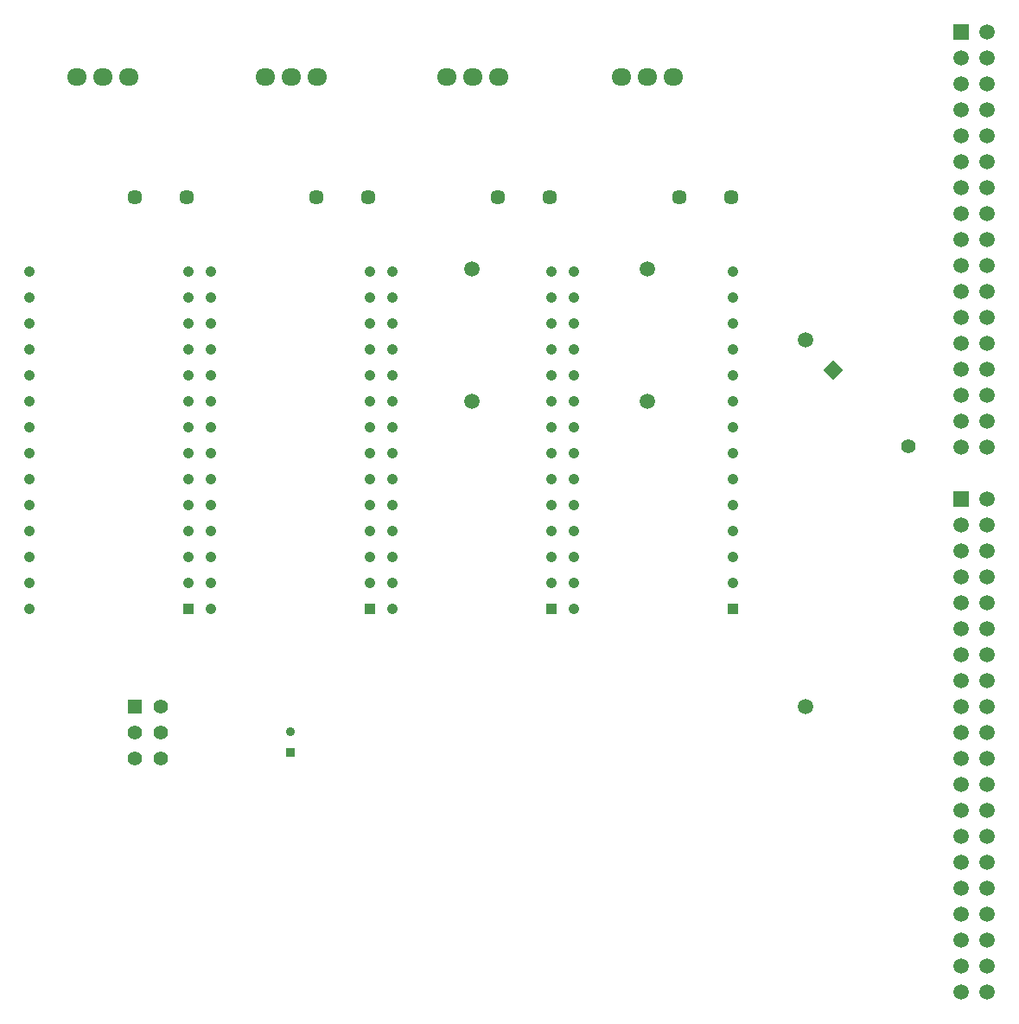
<source format=gbr>
G04 DipTrace 4.3.0.5*
G04 BottomPaste.gbr*
%MOMM*%
G04 #@! TF.FileFunction,Paste,Bot*
G04 #@! TF.Part,Single*
%AMOUTLINE2*
4,1,4,
0.0,0.98288,
0.98288,0.0,
0.0,-0.98288,
-0.98288,0.0,
0.0,0.98288,
0*%
%ADD31C,1.5*%
%ADD46C,1.45*%
%ADD47C,1.05*%
%ADD49R,1.05X1.05*%
%ADD53O,1.959X1.705*%
%ADD55C,1.42*%
%ADD57R,1.42X1.42*%
%ADD59C,1.51*%
%ADD61R,1.51X1.51*%
%ADD63C,1.39*%
%ADD65C,0.9*%
%ADD67R,0.9X0.9*%
%ADD74OUTLINE2*%
%FSLAX35Y35*%
G04*
G71*
G90*
G75*
G01*
G04 BotPaste*
%LPD*%
D67*
X-7048500Y-2354250D3*
D65*
Y-2154250D3*
D46*
X-8064500Y3079750D3*
X-8572500D3*
X-6286500D3*
X-6794500D3*
X-4508500D3*
X-5016500D3*
X-2730500D3*
X-3238500D3*
D74*
X-1735774Y1386524D3*
D63*
X-994726Y645476D3*
D61*
X-476200Y127000D3*
D59*
X-222200D3*
X-476200Y-127000D3*
X-222200D3*
X-476200Y-381000D3*
X-222200D3*
X-476200Y-635000D3*
X-222200D3*
X-476200Y-889000D3*
X-222200D3*
X-476200Y-1143000D3*
X-222200D3*
X-476200Y-1397000D3*
X-222200D3*
X-476200Y-1651000D3*
X-222200D3*
X-476200Y-1905000D3*
X-222200D3*
X-476200Y-2159000D3*
X-222200D3*
X-476200Y-2413000D3*
X-222200D3*
X-476200Y-2667000D3*
X-222200D3*
X-476200Y-2921000D3*
X-222200D3*
X-476200Y-3175000D3*
X-222200D3*
X-476200Y-3429000D3*
X-222200D3*
X-476200Y-3683000D3*
X-222200D3*
X-476200Y-3937000D3*
X-222200D3*
X-476200Y-4191000D3*
X-222200D3*
X-476200Y-4445000D3*
X-222200D3*
X-476200Y-4699000D3*
X-222200D3*
D61*
X-476200Y4699000D3*
D59*
X-222200D3*
X-476200Y4445000D3*
X-222200D3*
X-476200Y4191000D3*
X-222200D3*
X-476200Y3937000D3*
X-222200D3*
X-476200Y3683000D3*
X-222200D3*
X-476200Y3429000D3*
X-222200D3*
X-476200Y3175000D3*
X-222200D3*
X-476200Y2921000D3*
X-222200D3*
X-476200Y2667000D3*
X-222200D3*
X-476200Y2413000D3*
X-222200D3*
X-476200Y2159000D3*
X-222200D3*
X-476200Y1905000D3*
X-222200D3*
X-476200Y1651000D3*
X-222200D3*
X-476200Y1397000D3*
X-222200D3*
X-476200Y1143000D3*
X-222200D3*
X-476200Y889000D3*
X-222200D3*
X-476200Y635000D3*
X-222200D3*
D57*
X-8572500Y-1905000D3*
D55*
X-8318500D3*
X-8572500Y-2159000D3*
X-8318500D3*
X-8572500Y-2413000D3*
X-8318500D3*
D53*
X-9140697Y4259173D3*
X-8632700Y4259170D3*
X-8886697Y4259173D3*
X-7299197D3*
X-6791200Y4259170D3*
X-7045197Y4259173D3*
X-5521197D3*
X-5013200Y4259170D3*
X-5267197Y4259173D3*
X-3806697D3*
X-3298700Y4259170D3*
X-3552697Y4259173D3*
D31*
X-2000250Y1682750D3*
Y-1905000D3*
X-5270500Y1079500D3*
Y2381250D3*
X-3556000D3*
Y1079500D3*
D49*
X-8048470Y-952486D3*
D47*
X-8048474Y-698486D3*
X-8048479Y-444486D3*
X-8048484Y-190486D3*
X-8048488Y63514D3*
X-8048493Y317514D3*
X-8048498Y571514D3*
X-8048502Y825514D3*
X-8048507Y1079514D3*
X-8048512Y1333514D3*
X-8048516Y1587514D3*
X-8048521Y1841514D3*
X-8048526Y2095514D3*
X-8048530Y2349514D3*
X-9604530Y2349485D3*
X-9604526Y2095485D3*
X-9604521Y1841485D3*
X-9604516Y1587485D3*
X-9604512Y1333485D3*
X-9604507Y1079485D3*
X-9604502Y825485D3*
X-9604498Y571485D3*
X-9604493Y317485D3*
X-9604488Y63485D3*
X-9604484Y-190515D3*
X-9604479Y-444515D3*
X-9604474Y-698515D3*
X-9604470Y-952515D3*
D49*
X-6270470Y-952486D3*
D47*
X-6270474Y-698486D3*
X-6270479Y-444486D3*
X-6270484Y-190486D3*
X-6270488Y63514D3*
X-6270493Y317514D3*
X-6270498Y571514D3*
X-6270502Y825514D3*
X-6270507Y1079514D3*
X-6270512Y1333514D3*
X-6270516Y1587514D3*
X-6270521Y1841514D3*
X-6270526Y2095514D3*
X-6270530Y2349514D3*
X-7826530Y2349485D3*
X-7826526Y2095485D3*
X-7826521Y1841485D3*
X-7826516Y1587485D3*
X-7826512Y1333485D3*
X-7826507Y1079485D3*
X-7826502Y825485D3*
X-7826498Y571485D3*
X-7826493Y317485D3*
X-7826488Y63485D3*
X-7826484Y-190515D3*
X-7826479Y-444515D3*
X-7826474Y-698515D3*
X-7826470Y-952515D3*
D49*
X-4492470Y-952486D3*
D47*
X-4492474Y-698486D3*
X-4492479Y-444486D3*
X-4492484Y-190486D3*
X-4492488Y63514D3*
X-4492493Y317514D3*
X-4492498Y571514D3*
X-4492502Y825514D3*
X-4492507Y1079514D3*
X-4492512Y1333514D3*
X-4492516Y1587514D3*
X-4492521Y1841514D3*
X-4492526Y2095514D3*
X-4492530Y2349514D3*
X-6048530Y2349485D3*
X-6048526Y2095485D3*
X-6048521Y1841485D3*
X-6048516Y1587485D3*
X-6048512Y1333485D3*
X-6048507Y1079485D3*
X-6048502Y825485D3*
X-6048498Y571485D3*
X-6048493Y317485D3*
X-6048488Y63485D3*
X-6048484Y-190515D3*
X-6048479Y-444515D3*
X-6048474Y-698515D3*
X-6048470Y-952515D3*
D49*
X-2714500Y-952500D3*
D47*
Y-698500D3*
Y-444500D3*
Y-190500D3*
Y63500D3*
Y317500D3*
Y571500D3*
Y825500D3*
Y1079500D3*
Y1333500D3*
Y1587500D3*
Y1841500D3*
Y2095500D3*
Y2349500D3*
X-4270500D3*
Y2095500D3*
Y1841500D3*
Y1587500D3*
Y1333500D3*
Y1079500D3*
Y825500D3*
Y571500D3*
Y317500D3*
Y63500D3*
Y-190500D3*
Y-444500D3*
Y-698500D3*
Y-952500D3*
M02*

</source>
